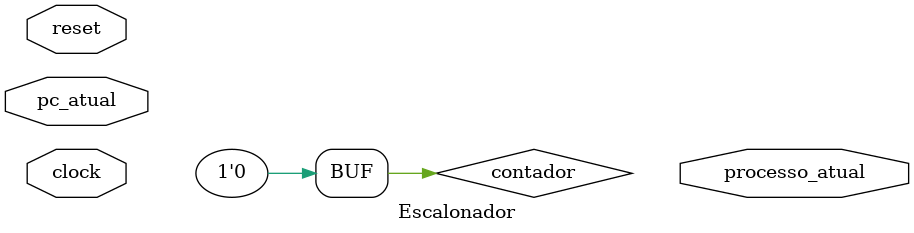
<source format=v>
module Escalonador(
    input clock,
    input reset,
    input pc_atual,
	 output reg processo_atual,
);

	reg contador = 32'd0;
	reg [31:0] processos [4:0]; //lista de processos rodando
	
	parameter quantum = 4'd20;
	
	
	

endmodule
</source>
